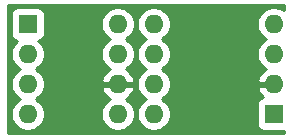
<source format=gbr>
%TF.GenerationSoftware,KiCad,Pcbnew,(5.1.6)-1*%
%TF.CreationDate,2022-10-11T15:49:11-07:00*%
%TF.ProjectId,DIP8_Adapter_A,44495038-5f41-4646-9170-7465725f412e,rev?*%
%TF.SameCoordinates,Original*%
%TF.FileFunction,Copper,L2,Bot*%
%TF.FilePolarity,Positive*%
%FSLAX46Y46*%
G04 Gerber Fmt 4.6, Leading zero omitted, Abs format (unit mm)*
G04 Created by KiCad (PCBNEW (5.1.6)-1) date 2022-10-11 15:49:11*
%MOMM*%
%LPD*%
G01*
G04 APERTURE LIST*
%TA.AperFunction,ComponentPad*%
%ADD10O,1.600000X1.600000*%
%TD*%
%TA.AperFunction,ComponentPad*%
%ADD11R,1.600000X1.600000*%
%TD*%
%TA.AperFunction,ViaPad*%
%ADD12C,0.800000*%
%TD*%
%TA.AperFunction,Conductor*%
%ADD13C,0.254000*%
%TD*%
G04 APERTURE END LIST*
D10*
%TO.P,U2,8*%
%TO.N,Net-(U2-Pad8)*%
X164084000Y-100330000D03*
%TO.P,U2,4*%
%TO.N,Net-(U2-Pad4)*%
X174244000Y-92710000D03*
%TO.P,U2,7*%
%TO.N,VRout*%
X164084000Y-97790000D03*
%TO.P,U2,3*%
%TO.N,VR+*%
X174244000Y-95250000D03*
%TO.P,U2,6*%
%TO.N,Net-(U2-Pad6)*%
X164084000Y-95250000D03*
%TO.P,U2,2*%
%TO.N,GND*%
X174244000Y-97790000D03*
%TO.P,U2,5*%
%TO.N,+5V*%
X164084000Y-92710000D03*
D11*
%TO.P,U2,1*%
%TO.N,VR-*%
X174244000Y-100330000D03*
%TD*%
D10*
%TO.P,U1,8*%
%TO.N,VRout*%
X161036000Y-92710000D03*
%TO.P,U1,4*%
%TO.N,Net-(U1-Pad4)*%
X153416000Y-100330000D03*
%TO.P,U1,7*%
%TO.N,Net-(U1-Pad7)*%
X161036000Y-95250000D03*
%TO.P,U1,3*%
%TO.N,Net-(U1-Pad3)*%
X153416000Y-97790000D03*
%TO.P,U1,6*%
%TO.N,GND*%
X161036000Y-97790000D03*
%TO.P,U1,2*%
%TO.N,VR+*%
X153416000Y-95250000D03*
%TO.P,U1,5*%
%TO.N,+5V*%
X161036000Y-100330000D03*
D11*
%TO.P,U1,1*%
%TO.N,VR-*%
X153416000Y-92710000D03*
%TD*%
D12*
%TO.N,GND*%
X172466000Y-91694000D03*
X172466000Y-93980000D03*
X155448000Y-92710000D03*
%TD*%
D13*
%TO.N,GND*%
G36*
X175108000Y-91561447D02*
G01*
X174923727Y-91438320D01*
X174662574Y-91330147D01*
X174385335Y-91275000D01*
X174102665Y-91275000D01*
X173825426Y-91330147D01*
X173564273Y-91438320D01*
X173329241Y-91595363D01*
X173129363Y-91795241D01*
X172972320Y-92030273D01*
X172864147Y-92291426D01*
X172809000Y-92568665D01*
X172809000Y-92851335D01*
X172864147Y-93128574D01*
X172972320Y-93389727D01*
X173129363Y-93624759D01*
X173329241Y-93824637D01*
X173561759Y-93980000D01*
X173329241Y-94135363D01*
X173129363Y-94335241D01*
X172972320Y-94570273D01*
X172864147Y-94831426D01*
X172809000Y-95108665D01*
X172809000Y-95391335D01*
X172864147Y-95668574D01*
X172972320Y-95929727D01*
X173129363Y-96164759D01*
X173329241Y-96364637D01*
X173564273Y-96521680D01*
X173574865Y-96526067D01*
X173388869Y-96637615D01*
X173180481Y-96826586D01*
X173012963Y-97052580D01*
X172892754Y-97306913D01*
X172852096Y-97440961D01*
X172974085Y-97663000D01*
X174117000Y-97663000D01*
X174117000Y-97643000D01*
X174371000Y-97643000D01*
X174371000Y-97663000D01*
X174391000Y-97663000D01*
X174391000Y-97917000D01*
X174371000Y-97917000D01*
X174371000Y-97937000D01*
X174117000Y-97937000D01*
X174117000Y-97917000D01*
X172974085Y-97917000D01*
X172852096Y-98139039D01*
X172892754Y-98273087D01*
X173012963Y-98527420D01*
X173180481Y-98753414D01*
X173344080Y-98901769D01*
X173319518Y-98904188D01*
X173199820Y-98940498D01*
X173089506Y-98999463D01*
X172992815Y-99078815D01*
X172913463Y-99175506D01*
X172854498Y-99285820D01*
X172818188Y-99405518D01*
X172805928Y-99530000D01*
X172805928Y-101130000D01*
X172818188Y-101254482D01*
X172854498Y-101374180D01*
X172913463Y-101484494D01*
X172992815Y-101581185D01*
X173089506Y-101660537D01*
X173199820Y-101719502D01*
X173319518Y-101755812D01*
X173444000Y-101768072D01*
X175044000Y-101768072D01*
X175108001Y-101761769D01*
X175108001Y-101956000D01*
X151790000Y-101956000D01*
X151790000Y-91910000D01*
X151977928Y-91910000D01*
X151977928Y-93510000D01*
X151990188Y-93634482D01*
X152026498Y-93754180D01*
X152085463Y-93864494D01*
X152164815Y-93961185D01*
X152261506Y-94040537D01*
X152371820Y-94099502D01*
X152491518Y-94135812D01*
X152499961Y-94136643D01*
X152301363Y-94335241D01*
X152144320Y-94570273D01*
X152036147Y-94831426D01*
X151981000Y-95108665D01*
X151981000Y-95391335D01*
X152036147Y-95668574D01*
X152144320Y-95929727D01*
X152301363Y-96164759D01*
X152501241Y-96364637D01*
X152733759Y-96520000D01*
X152501241Y-96675363D01*
X152301363Y-96875241D01*
X152144320Y-97110273D01*
X152036147Y-97371426D01*
X151981000Y-97648665D01*
X151981000Y-97931335D01*
X152036147Y-98208574D01*
X152144320Y-98469727D01*
X152301363Y-98704759D01*
X152501241Y-98904637D01*
X152733759Y-99060000D01*
X152501241Y-99215363D01*
X152301363Y-99415241D01*
X152144320Y-99650273D01*
X152036147Y-99911426D01*
X151981000Y-100188665D01*
X151981000Y-100471335D01*
X152036147Y-100748574D01*
X152144320Y-101009727D01*
X152301363Y-101244759D01*
X152501241Y-101444637D01*
X152736273Y-101601680D01*
X152997426Y-101709853D01*
X153274665Y-101765000D01*
X153557335Y-101765000D01*
X153834574Y-101709853D01*
X154095727Y-101601680D01*
X154330759Y-101444637D01*
X154530637Y-101244759D01*
X154687680Y-101009727D01*
X154795853Y-100748574D01*
X154851000Y-100471335D01*
X154851000Y-100188665D01*
X159601000Y-100188665D01*
X159601000Y-100471335D01*
X159656147Y-100748574D01*
X159764320Y-101009727D01*
X159921363Y-101244759D01*
X160121241Y-101444637D01*
X160356273Y-101601680D01*
X160617426Y-101709853D01*
X160894665Y-101765000D01*
X161177335Y-101765000D01*
X161454574Y-101709853D01*
X161715727Y-101601680D01*
X161950759Y-101444637D01*
X162150637Y-101244759D01*
X162307680Y-101009727D01*
X162415853Y-100748574D01*
X162471000Y-100471335D01*
X162471000Y-100188665D01*
X162415853Y-99911426D01*
X162307680Y-99650273D01*
X162150637Y-99415241D01*
X161950759Y-99215363D01*
X161715727Y-99058320D01*
X161705135Y-99053933D01*
X161891131Y-98942385D01*
X162099519Y-98753414D01*
X162267037Y-98527420D01*
X162387246Y-98273087D01*
X162427904Y-98139039D01*
X162305915Y-97917000D01*
X161163000Y-97917000D01*
X161163000Y-97937000D01*
X160909000Y-97937000D01*
X160909000Y-97917000D01*
X159766085Y-97917000D01*
X159644096Y-98139039D01*
X159684754Y-98273087D01*
X159804963Y-98527420D01*
X159972481Y-98753414D01*
X160180869Y-98942385D01*
X160366865Y-99053933D01*
X160356273Y-99058320D01*
X160121241Y-99215363D01*
X159921363Y-99415241D01*
X159764320Y-99650273D01*
X159656147Y-99911426D01*
X159601000Y-100188665D01*
X154851000Y-100188665D01*
X154795853Y-99911426D01*
X154687680Y-99650273D01*
X154530637Y-99415241D01*
X154330759Y-99215363D01*
X154098241Y-99060000D01*
X154330759Y-98904637D01*
X154530637Y-98704759D01*
X154687680Y-98469727D01*
X154795853Y-98208574D01*
X154851000Y-97931335D01*
X154851000Y-97648665D01*
X154795853Y-97371426D01*
X154687680Y-97110273D01*
X154530637Y-96875241D01*
X154330759Y-96675363D01*
X154098241Y-96520000D01*
X154330759Y-96364637D01*
X154530637Y-96164759D01*
X154687680Y-95929727D01*
X154795853Y-95668574D01*
X154851000Y-95391335D01*
X154851000Y-95108665D01*
X154795853Y-94831426D01*
X154687680Y-94570273D01*
X154530637Y-94335241D01*
X154332039Y-94136643D01*
X154340482Y-94135812D01*
X154460180Y-94099502D01*
X154570494Y-94040537D01*
X154667185Y-93961185D01*
X154746537Y-93864494D01*
X154805502Y-93754180D01*
X154841812Y-93634482D01*
X154854072Y-93510000D01*
X154854072Y-92568665D01*
X159601000Y-92568665D01*
X159601000Y-92851335D01*
X159656147Y-93128574D01*
X159764320Y-93389727D01*
X159921363Y-93624759D01*
X160121241Y-93824637D01*
X160353759Y-93980000D01*
X160121241Y-94135363D01*
X159921363Y-94335241D01*
X159764320Y-94570273D01*
X159656147Y-94831426D01*
X159601000Y-95108665D01*
X159601000Y-95391335D01*
X159656147Y-95668574D01*
X159764320Y-95929727D01*
X159921363Y-96164759D01*
X160121241Y-96364637D01*
X160356273Y-96521680D01*
X160366865Y-96526067D01*
X160180869Y-96637615D01*
X159972481Y-96826586D01*
X159804963Y-97052580D01*
X159684754Y-97306913D01*
X159644096Y-97440961D01*
X159766085Y-97663000D01*
X160909000Y-97663000D01*
X160909000Y-97643000D01*
X161163000Y-97643000D01*
X161163000Y-97663000D01*
X162305915Y-97663000D01*
X162427904Y-97440961D01*
X162387246Y-97306913D01*
X162267037Y-97052580D01*
X162099519Y-96826586D01*
X161891131Y-96637615D01*
X161705135Y-96526067D01*
X161715727Y-96521680D01*
X161950759Y-96364637D01*
X162150637Y-96164759D01*
X162307680Y-95929727D01*
X162415853Y-95668574D01*
X162471000Y-95391335D01*
X162471000Y-95108665D01*
X162415853Y-94831426D01*
X162307680Y-94570273D01*
X162150637Y-94335241D01*
X161950759Y-94135363D01*
X161718241Y-93980000D01*
X161950759Y-93824637D01*
X162150637Y-93624759D01*
X162307680Y-93389727D01*
X162415853Y-93128574D01*
X162471000Y-92851335D01*
X162471000Y-92568665D01*
X162649000Y-92568665D01*
X162649000Y-92851335D01*
X162704147Y-93128574D01*
X162812320Y-93389727D01*
X162969363Y-93624759D01*
X163169241Y-93824637D01*
X163401759Y-93980000D01*
X163169241Y-94135363D01*
X162969363Y-94335241D01*
X162812320Y-94570273D01*
X162704147Y-94831426D01*
X162649000Y-95108665D01*
X162649000Y-95391335D01*
X162704147Y-95668574D01*
X162812320Y-95929727D01*
X162969363Y-96164759D01*
X163169241Y-96364637D01*
X163401759Y-96520000D01*
X163169241Y-96675363D01*
X162969363Y-96875241D01*
X162812320Y-97110273D01*
X162704147Y-97371426D01*
X162649000Y-97648665D01*
X162649000Y-97931335D01*
X162704147Y-98208574D01*
X162812320Y-98469727D01*
X162969363Y-98704759D01*
X163169241Y-98904637D01*
X163401759Y-99060000D01*
X163169241Y-99215363D01*
X162969363Y-99415241D01*
X162812320Y-99650273D01*
X162704147Y-99911426D01*
X162649000Y-100188665D01*
X162649000Y-100471335D01*
X162704147Y-100748574D01*
X162812320Y-101009727D01*
X162969363Y-101244759D01*
X163169241Y-101444637D01*
X163404273Y-101601680D01*
X163665426Y-101709853D01*
X163942665Y-101765000D01*
X164225335Y-101765000D01*
X164502574Y-101709853D01*
X164763727Y-101601680D01*
X164998759Y-101444637D01*
X165198637Y-101244759D01*
X165355680Y-101009727D01*
X165463853Y-100748574D01*
X165519000Y-100471335D01*
X165519000Y-100188665D01*
X165463853Y-99911426D01*
X165355680Y-99650273D01*
X165198637Y-99415241D01*
X164998759Y-99215363D01*
X164766241Y-99060000D01*
X164998759Y-98904637D01*
X165198637Y-98704759D01*
X165355680Y-98469727D01*
X165463853Y-98208574D01*
X165519000Y-97931335D01*
X165519000Y-97648665D01*
X165463853Y-97371426D01*
X165355680Y-97110273D01*
X165198637Y-96875241D01*
X164998759Y-96675363D01*
X164766241Y-96520000D01*
X164998759Y-96364637D01*
X165198637Y-96164759D01*
X165355680Y-95929727D01*
X165463853Y-95668574D01*
X165519000Y-95391335D01*
X165519000Y-95108665D01*
X165463853Y-94831426D01*
X165355680Y-94570273D01*
X165198637Y-94335241D01*
X164998759Y-94135363D01*
X164766241Y-93980000D01*
X164998759Y-93824637D01*
X165198637Y-93624759D01*
X165355680Y-93389727D01*
X165463853Y-93128574D01*
X165519000Y-92851335D01*
X165519000Y-92568665D01*
X165463853Y-92291426D01*
X165355680Y-92030273D01*
X165198637Y-91795241D01*
X164998759Y-91595363D01*
X164763727Y-91438320D01*
X164502574Y-91330147D01*
X164225335Y-91275000D01*
X163942665Y-91275000D01*
X163665426Y-91330147D01*
X163404273Y-91438320D01*
X163169241Y-91595363D01*
X162969363Y-91795241D01*
X162812320Y-92030273D01*
X162704147Y-92291426D01*
X162649000Y-92568665D01*
X162471000Y-92568665D01*
X162415853Y-92291426D01*
X162307680Y-92030273D01*
X162150637Y-91795241D01*
X161950759Y-91595363D01*
X161715727Y-91438320D01*
X161454574Y-91330147D01*
X161177335Y-91275000D01*
X160894665Y-91275000D01*
X160617426Y-91330147D01*
X160356273Y-91438320D01*
X160121241Y-91595363D01*
X159921363Y-91795241D01*
X159764320Y-92030273D01*
X159656147Y-92291426D01*
X159601000Y-92568665D01*
X154854072Y-92568665D01*
X154854072Y-91910000D01*
X154841812Y-91785518D01*
X154805502Y-91665820D01*
X154746537Y-91555506D01*
X154667185Y-91458815D01*
X154570494Y-91379463D01*
X154460180Y-91320498D01*
X154340482Y-91284188D01*
X154216000Y-91271928D01*
X152616000Y-91271928D01*
X152491518Y-91284188D01*
X152371820Y-91320498D01*
X152261506Y-91379463D01*
X152164815Y-91458815D01*
X152085463Y-91555506D01*
X152026498Y-91665820D01*
X151990188Y-91785518D01*
X151977928Y-91910000D01*
X151790000Y-91910000D01*
X151790000Y-91084000D01*
X175108000Y-91084000D01*
X175108000Y-91561447D01*
G37*
X175108000Y-91561447D02*
X174923727Y-91438320D01*
X174662574Y-91330147D01*
X174385335Y-91275000D01*
X174102665Y-91275000D01*
X173825426Y-91330147D01*
X173564273Y-91438320D01*
X173329241Y-91595363D01*
X173129363Y-91795241D01*
X172972320Y-92030273D01*
X172864147Y-92291426D01*
X172809000Y-92568665D01*
X172809000Y-92851335D01*
X172864147Y-93128574D01*
X172972320Y-93389727D01*
X173129363Y-93624759D01*
X173329241Y-93824637D01*
X173561759Y-93980000D01*
X173329241Y-94135363D01*
X173129363Y-94335241D01*
X172972320Y-94570273D01*
X172864147Y-94831426D01*
X172809000Y-95108665D01*
X172809000Y-95391335D01*
X172864147Y-95668574D01*
X172972320Y-95929727D01*
X173129363Y-96164759D01*
X173329241Y-96364637D01*
X173564273Y-96521680D01*
X173574865Y-96526067D01*
X173388869Y-96637615D01*
X173180481Y-96826586D01*
X173012963Y-97052580D01*
X172892754Y-97306913D01*
X172852096Y-97440961D01*
X172974085Y-97663000D01*
X174117000Y-97663000D01*
X174117000Y-97643000D01*
X174371000Y-97643000D01*
X174371000Y-97663000D01*
X174391000Y-97663000D01*
X174391000Y-97917000D01*
X174371000Y-97917000D01*
X174371000Y-97937000D01*
X174117000Y-97937000D01*
X174117000Y-97917000D01*
X172974085Y-97917000D01*
X172852096Y-98139039D01*
X172892754Y-98273087D01*
X173012963Y-98527420D01*
X173180481Y-98753414D01*
X173344080Y-98901769D01*
X173319518Y-98904188D01*
X173199820Y-98940498D01*
X173089506Y-98999463D01*
X172992815Y-99078815D01*
X172913463Y-99175506D01*
X172854498Y-99285820D01*
X172818188Y-99405518D01*
X172805928Y-99530000D01*
X172805928Y-101130000D01*
X172818188Y-101254482D01*
X172854498Y-101374180D01*
X172913463Y-101484494D01*
X172992815Y-101581185D01*
X173089506Y-101660537D01*
X173199820Y-101719502D01*
X173319518Y-101755812D01*
X173444000Y-101768072D01*
X175044000Y-101768072D01*
X175108001Y-101761769D01*
X175108001Y-101956000D01*
X151790000Y-101956000D01*
X151790000Y-91910000D01*
X151977928Y-91910000D01*
X151977928Y-93510000D01*
X151990188Y-93634482D01*
X152026498Y-93754180D01*
X152085463Y-93864494D01*
X152164815Y-93961185D01*
X152261506Y-94040537D01*
X152371820Y-94099502D01*
X152491518Y-94135812D01*
X152499961Y-94136643D01*
X152301363Y-94335241D01*
X152144320Y-94570273D01*
X152036147Y-94831426D01*
X151981000Y-95108665D01*
X151981000Y-95391335D01*
X152036147Y-95668574D01*
X152144320Y-95929727D01*
X152301363Y-96164759D01*
X152501241Y-96364637D01*
X152733759Y-96520000D01*
X152501241Y-96675363D01*
X152301363Y-96875241D01*
X152144320Y-97110273D01*
X152036147Y-97371426D01*
X151981000Y-97648665D01*
X151981000Y-97931335D01*
X152036147Y-98208574D01*
X152144320Y-98469727D01*
X152301363Y-98704759D01*
X152501241Y-98904637D01*
X152733759Y-99060000D01*
X152501241Y-99215363D01*
X152301363Y-99415241D01*
X152144320Y-99650273D01*
X152036147Y-99911426D01*
X151981000Y-100188665D01*
X151981000Y-100471335D01*
X152036147Y-100748574D01*
X152144320Y-101009727D01*
X152301363Y-101244759D01*
X152501241Y-101444637D01*
X152736273Y-101601680D01*
X152997426Y-101709853D01*
X153274665Y-101765000D01*
X153557335Y-101765000D01*
X153834574Y-101709853D01*
X154095727Y-101601680D01*
X154330759Y-101444637D01*
X154530637Y-101244759D01*
X154687680Y-101009727D01*
X154795853Y-100748574D01*
X154851000Y-100471335D01*
X154851000Y-100188665D01*
X159601000Y-100188665D01*
X159601000Y-100471335D01*
X159656147Y-100748574D01*
X159764320Y-101009727D01*
X159921363Y-101244759D01*
X160121241Y-101444637D01*
X160356273Y-101601680D01*
X160617426Y-101709853D01*
X160894665Y-101765000D01*
X161177335Y-101765000D01*
X161454574Y-101709853D01*
X161715727Y-101601680D01*
X161950759Y-101444637D01*
X162150637Y-101244759D01*
X162307680Y-101009727D01*
X162415853Y-100748574D01*
X162471000Y-100471335D01*
X162471000Y-100188665D01*
X162415853Y-99911426D01*
X162307680Y-99650273D01*
X162150637Y-99415241D01*
X161950759Y-99215363D01*
X161715727Y-99058320D01*
X161705135Y-99053933D01*
X161891131Y-98942385D01*
X162099519Y-98753414D01*
X162267037Y-98527420D01*
X162387246Y-98273087D01*
X162427904Y-98139039D01*
X162305915Y-97917000D01*
X161163000Y-97917000D01*
X161163000Y-97937000D01*
X160909000Y-97937000D01*
X160909000Y-97917000D01*
X159766085Y-97917000D01*
X159644096Y-98139039D01*
X159684754Y-98273087D01*
X159804963Y-98527420D01*
X159972481Y-98753414D01*
X160180869Y-98942385D01*
X160366865Y-99053933D01*
X160356273Y-99058320D01*
X160121241Y-99215363D01*
X159921363Y-99415241D01*
X159764320Y-99650273D01*
X159656147Y-99911426D01*
X159601000Y-100188665D01*
X154851000Y-100188665D01*
X154795853Y-99911426D01*
X154687680Y-99650273D01*
X154530637Y-99415241D01*
X154330759Y-99215363D01*
X154098241Y-99060000D01*
X154330759Y-98904637D01*
X154530637Y-98704759D01*
X154687680Y-98469727D01*
X154795853Y-98208574D01*
X154851000Y-97931335D01*
X154851000Y-97648665D01*
X154795853Y-97371426D01*
X154687680Y-97110273D01*
X154530637Y-96875241D01*
X154330759Y-96675363D01*
X154098241Y-96520000D01*
X154330759Y-96364637D01*
X154530637Y-96164759D01*
X154687680Y-95929727D01*
X154795853Y-95668574D01*
X154851000Y-95391335D01*
X154851000Y-95108665D01*
X154795853Y-94831426D01*
X154687680Y-94570273D01*
X154530637Y-94335241D01*
X154332039Y-94136643D01*
X154340482Y-94135812D01*
X154460180Y-94099502D01*
X154570494Y-94040537D01*
X154667185Y-93961185D01*
X154746537Y-93864494D01*
X154805502Y-93754180D01*
X154841812Y-93634482D01*
X154854072Y-93510000D01*
X154854072Y-92568665D01*
X159601000Y-92568665D01*
X159601000Y-92851335D01*
X159656147Y-93128574D01*
X159764320Y-93389727D01*
X159921363Y-93624759D01*
X160121241Y-93824637D01*
X160353759Y-93980000D01*
X160121241Y-94135363D01*
X159921363Y-94335241D01*
X159764320Y-94570273D01*
X159656147Y-94831426D01*
X159601000Y-95108665D01*
X159601000Y-95391335D01*
X159656147Y-95668574D01*
X159764320Y-95929727D01*
X159921363Y-96164759D01*
X160121241Y-96364637D01*
X160356273Y-96521680D01*
X160366865Y-96526067D01*
X160180869Y-96637615D01*
X159972481Y-96826586D01*
X159804963Y-97052580D01*
X159684754Y-97306913D01*
X159644096Y-97440961D01*
X159766085Y-97663000D01*
X160909000Y-97663000D01*
X160909000Y-97643000D01*
X161163000Y-97643000D01*
X161163000Y-97663000D01*
X162305915Y-97663000D01*
X162427904Y-97440961D01*
X162387246Y-97306913D01*
X162267037Y-97052580D01*
X162099519Y-96826586D01*
X161891131Y-96637615D01*
X161705135Y-96526067D01*
X161715727Y-96521680D01*
X161950759Y-96364637D01*
X162150637Y-96164759D01*
X162307680Y-95929727D01*
X162415853Y-95668574D01*
X162471000Y-95391335D01*
X162471000Y-95108665D01*
X162415853Y-94831426D01*
X162307680Y-94570273D01*
X162150637Y-94335241D01*
X161950759Y-94135363D01*
X161718241Y-93980000D01*
X161950759Y-93824637D01*
X162150637Y-93624759D01*
X162307680Y-93389727D01*
X162415853Y-93128574D01*
X162471000Y-92851335D01*
X162471000Y-92568665D01*
X162649000Y-92568665D01*
X162649000Y-92851335D01*
X162704147Y-93128574D01*
X162812320Y-93389727D01*
X162969363Y-93624759D01*
X163169241Y-93824637D01*
X163401759Y-93980000D01*
X163169241Y-94135363D01*
X162969363Y-94335241D01*
X162812320Y-94570273D01*
X162704147Y-94831426D01*
X162649000Y-95108665D01*
X162649000Y-95391335D01*
X162704147Y-95668574D01*
X162812320Y-95929727D01*
X162969363Y-96164759D01*
X163169241Y-96364637D01*
X163401759Y-96520000D01*
X163169241Y-96675363D01*
X162969363Y-96875241D01*
X162812320Y-97110273D01*
X162704147Y-97371426D01*
X162649000Y-97648665D01*
X162649000Y-97931335D01*
X162704147Y-98208574D01*
X162812320Y-98469727D01*
X162969363Y-98704759D01*
X163169241Y-98904637D01*
X163401759Y-99060000D01*
X163169241Y-99215363D01*
X162969363Y-99415241D01*
X162812320Y-99650273D01*
X162704147Y-99911426D01*
X162649000Y-100188665D01*
X162649000Y-100471335D01*
X162704147Y-100748574D01*
X162812320Y-101009727D01*
X162969363Y-101244759D01*
X163169241Y-101444637D01*
X163404273Y-101601680D01*
X163665426Y-101709853D01*
X163942665Y-101765000D01*
X164225335Y-101765000D01*
X164502574Y-101709853D01*
X164763727Y-101601680D01*
X164998759Y-101444637D01*
X165198637Y-101244759D01*
X165355680Y-101009727D01*
X165463853Y-100748574D01*
X165519000Y-100471335D01*
X165519000Y-100188665D01*
X165463853Y-99911426D01*
X165355680Y-99650273D01*
X165198637Y-99415241D01*
X164998759Y-99215363D01*
X164766241Y-99060000D01*
X164998759Y-98904637D01*
X165198637Y-98704759D01*
X165355680Y-98469727D01*
X165463853Y-98208574D01*
X165519000Y-97931335D01*
X165519000Y-97648665D01*
X165463853Y-97371426D01*
X165355680Y-97110273D01*
X165198637Y-96875241D01*
X164998759Y-96675363D01*
X164766241Y-96520000D01*
X164998759Y-96364637D01*
X165198637Y-96164759D01*
X165355680Y-95929727D01*
X165463853Y-95668574D01*
X165519000Y-95391335D01*
X165519000Y-95108665D01*
X165463853Y-94831426D01*
X165355680Y-94570273D01*
X165198637Y-94335241D01*
X164998759Y-94135363D01*
X164766241Y-93980000D01*
X164998759Y-93824637D01*
X165198637Y-93624759D01*
X165355680Y-93389727D01*
X165463853Y-93128574D01*
X165519000Y-92851335D01*
X165519000Y-92568665D01*
X165463853Y-92291426D01*
X165355680Y-92030273D01*
X165198637Y-91795241D01*
X164998759Y-91595363D01*
X164763727Y-91438320D01*
X164502574Y-91330147D01*
X164225335Y-91275000D01*
X163942665Y-91275000D01*
X163665426Y-91330147D01*
X163404273Y-91438320D01*
X163169241Y-91595363D01*
X162969363Y-91795241D01*
X162812320Y-92030273D01*
X162704147Y-92291426D01*
X162649000Y-92568665D01*
X162471000Y-92568665D01*
X162415853Y-92291426D01*
X162307680Y-92030273D01*
X162150637Y-91795241D01*
X161950759Y-91595363D01*
X161715727Y-91438320D01*
X161454574Y-91330147D01*
X161177335Y-91275000D01*
X160894665Y-91275000D01*
X160617426Y-91330147D01*
X160356273Y-91438320D01*
X160121241Y-91595363D01*
X159921363Y-91795241D01*
X159764320Y-92030273D01*
X159656147Y-92291426D01*
X159601000Y-92568665D01*
X154854072Y-92568665D01*
X154854072Y-91910000D01*
X154841812Y-91785518D01*
X154805502Y-91665820D01*
X154746537Y-91555506D01*
X154667185Y-91458815D01*
X154570494Y-91379463D01*
X154460180Y-91320498D01*
X154340482Y-91284188D01*
X154216000Y-91271928D01*
X152616000Y-91271928D01*
X152491518Y-91284188D01*
X152371820Y-91320498D01*
X152261506Y-91379463D01*
X152164815Y-91458815D01*
X152085463Y-91555506D01*
X152026498Y-91665820D01*
X151990188Y-91785518D01*
X151977928Y-91910000D01*
X151790000Y-91910000D01*
X151790000Y-91084000D01*
X175108000Y-91084000D01*
X175108000Y-91561447D01*
%TD*%
M02*

</source>
